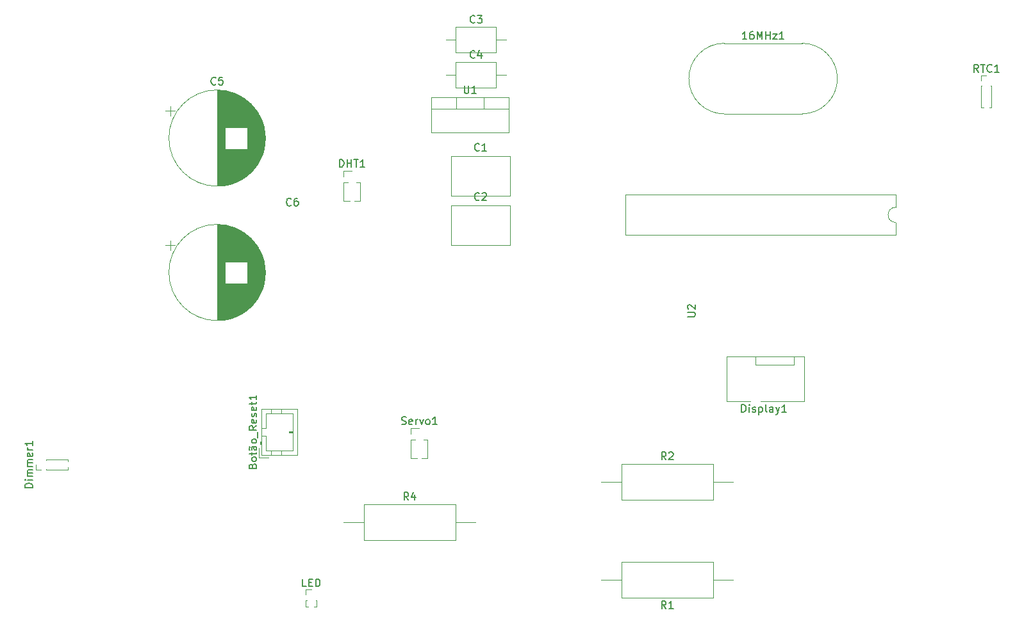
<source format=gbr>
%TF.GenerationSoftware,KiCad,Pcbnew,7.0.7*%
%TF.CreationDate,2023-12-03T23:29:23-03:00*%
%TF.ProjectId,Chocadeira,43686f63-6164-4656-9972-612e6b696361,rev?*%
%TF.SameCoordinates,Original*%
%TF.FileFunction,Legend,Top*%
%TF.FilePolarity,Positive*%
%FSLAX46Y46*%
G04 Gerber Fmt 4.6, Leading zero omitted, Abs format (unit mm)*
G04 Created by KiCad (PCBNEW 7.0.7) date 2023-12-03 23:29:23*
%MOMM*%
%LPD*%
G01*
G04 APERTURE LIST*
%ADD10C,0.150000*%
%ADD11C,0.120000*%
G04 APERTURE END LIST*
D10*
X222472380Y-80174819D02*
X222139047Y-79698628D01*
X221900952Y-80174819D02*
X221900952Y-79174819D01*
X221900952Y-79174819D02*
X222281904Y-79174819D01*
X222281904Y-79174819D02*
X222377142Y-79222438D01*
X222377142Y-79222438D02*
X222424761Y-79270057D01*
X222424761Y-79270057D02*
X222472380Y-79365295D01*
X222472380Y-79365295D02*
X222472380Y-79508152D01*
X222472380Y-79508152D02*
X222424761Y-79603390D01*
X222424761Y-79603390D02*
X222377142Y-79651009D01*
X222377142Y-79651009D02*
X222281904Y-79698628D01*
X222281904Y-79698628D02*
X221900952Y-79698628D01*
X222758095Y-79174819D02*
X223329523Y-79174819D01*
X223043809Y-80174819D02*
X223043809Y-79174819D01*
X224234285Y-80079580D02*
X224186666Y-80127200D01*
X224186666Y-80127200D02*
X224043809Y-80174819D01*
X224043809Y-80174819D02*
X223948571Y-80174819D01*
X223948571Y-80174819D02*
X223805714Y-80127200D01*
X223805714Y-80127200D02*
X223710476Y-80031961D01*
X223710476Y-80031961D02*
X223662857Y-79936723D01*
X223662857Y-79936723D02*
X223615238Y-79746247D01*
X223615238Y-79746247D02*
X223615238Y-79603390D01*
X223615238Y-79603390D02*
X223662857Y-79412914D01*
X223662857Y-79412914D02*
X223710476Y-79317676D01*
X223710476Y-79317676D02*
X223805714Y-79222438D01*
X223805714Y-79222438D02*
X223948571Y-79174819D01*
X223948571Y-79174819D02*
X224043809Y-79174819D01*
X224043809Y-79174819D02*
X224186666Y-79222438D01*
X224186666Y-79222438D02*
X224234285Y-79270057D01*
X225186666Y-80174819D02*
X224615238Y-80174819D01*
X224900952Y-80174819D02*
X224900952Y-79174819D01*
X224900952Y-79174819D02*
X224805714Y-79317676D01*
X224805714Y-79317676D02*
X224710476Y-79412914D01*
X224710476Y-79412914D02*
X224615238Y-79460533D01*
X147153333Y-136784819D02*
X146820000Y-136308628D01*
X146581905Y-136784819D02*
X146581905Y-135784819D01*
X146581905Y-135784819D02*
X146962857Y-135784819D01*
X146962857Y-135784819D02*
X147058095Y-135832438D01*
X147058095Y-135832438D02*
X147105714Y-135880057D01*
X147105714Y-135880057D02*
X147153333Y-135975295D01*
X147153333Y-135975295D02*
X147153333Y-136118152D01*
X147153333Y-136118152D02*
X147105714Y-136213390D01*
X147105714Y-136213390D02*
X147058095Y-136261009D01*
X147058095Y-136261009D02*
X146962857Y-136308628D01*
X146962857Y-136308628D02*
X146581905Y-136308628D01*
X148010476Y-136118152D02*
X148010476Y-136784819D01*
X147772381Y-135737200D02*
X147534286Y-136451485D01*
X147534286Y-136451485D02*
X148153333Y-136451485D01*
X133677142Y-148224819D02*
X133200952Y-148224819D01*
X133200952Y-148224819D02*
X133200952Y-147224819D01*
X134010476Y-147701009D02*
X134343809Y-147701009D01*
X134486666Y-148224819D02*
X134010476Y-148224819D01*
X134010476Y-148224819D02*
X134010476Y-147224819D01*
X134010476Y-147224819D02*
X134486666Y-147224819D01*
X134915238Y-148224819D02*
X134915238Y-147224819D01*
X134915238Y-147224819D02*
X135153333Y-147224819D01*
X135153333Y-147224819D02*
X135296190Y-147272438D01*
X135296190Y-147272438D02*
X135391428Y-147367676D01*
X135391428Y-147367676D02*
X135439047Y-147462914D01*
X135439047Y-147462914D02*
X135486666Y-147653390D01*
X135486666Y-147653390D02*
X135486666Y-147796247D01*
X135486666Y-147796247D02*
X135439047Y-147986723D01*
X135439047Y-147986723D02*
X135391428Y-148081961D01*
X135391428Y-148081961D02*
X135296190Y-148177200D01*
X135296190Y-148177200D02*
X135153333Y-148224819D01*
X135153333Y-148224819D02*
X134915238Y-148224819D01*
X97494819Y-135127618D02*
X96494819Y-135127618D01*
X96494819Y-135127618D02*
X96494819Y-134889523D01*
X96494819Y-134889523D02*
X96542438Y-134746666D01*
X96542438Y-134746666D02*
X96637676Y-134651428D01*
X96637676Y-134651428D02*
X96732914Y-134603809D01*
X96732914Y-134603809D02*
X96923390Y-134556190D01*
X96923390Y-134556190D02*
X97066247Y-134556190D01*
X97066247Y-134556190D02*
X97256723Y-134603809D01*
X97256723Y-134603809D02*
X97351961Y-134651428D01*
X97351961Y-134651428D02*
X97447200Y-134746666D01*
X97447200Y-134746666D02*
X97494819Y-134889523D01*
X97494819Y-134889523D02*
X97494819Y-135127618D01*
X97494819Y-134127618D02*
X96828152Y-134127618D01*
X96494819Y-134127618D02*
X96542438Y-134175237D01*
X96542438Y-134175237D02*
X96590057Y-134127618D01*
X96590057Y-134127618D02*
X96542438Y-134079999D01*
X96542438Y-134079999D02*
X96494819Y-134127618D01*
X96494819Y-134127618D02*
X96590057Y-134127618D01*
X97494819Y-133651428D02*
X96828152Y-133651428D01*
X96923390Y-133651428D02*
X96875771Y-133603809D01*
X96875771Y-133603809D02*
X96828152Y-133508571D01*
X96828152Y-133508571D02*
X96828152Y-133365714D01*
X96828152Y-133365714D02*
X96875771Y-133270476D01*
X96875771Y-133270476D02*
X96971009Y-133222857D01*
X96971009Y-133222857D02*
X97494819Y-133222857D01*
X96971009Y-133222857D02*
X96875771Y-133175238D01*
X96875771Y-133175238D02*
X96828152Y-133080000D01*
X96828152Y-133080000D02*
X96828152Y-132937143D01*
X96828152Y-132937143D02*
X96875771Y-132841904D01*
X96875771Y-132841904D02*
X96971009Y-132794285D01*
X96971009Y-132794285D02*
X97494819Y-132794285D01*
X97494819Y-132318095D02*
X96828152Y-132318095D01*
X96923390Y-132318095D02*
X96875771Y-132270476D01*
X96875771Y-132270476D02*
X96828152Y-132175238D01*
X96828152Y-132175238D02*
X96828152Y-132032381D01*
X96828152Y-132032381D02*
X96875771Y-131937143D01*
X96875771Y-131937143D02*
X96971009Y-131889524D01*
X96971009Y-131889524D02*
X97494819Y-131889524D01*
X96971009Y-131889524D02*
X96875771Y-131841905D01*
X96875771Y-131841905D02*
X96828152Y-131746667D01*
X96828152Y-131746667D02*
X96828152Y-131603810D01*
X96828152Y-131603810D02*
X96875771Y-131508571D01*
X96875771Y-131508571D02*
X96971009Y-131460952D01*
X96971009Y-131460952D02*
X97494819Y-131460952D01*
X97447200Y-130603810D02*
X97494819Y-130699048D01*
X97494819Y-130699048D02*
X97494819Y-130889524D01*
X97494819Y-130889524D02*
X97447200Y-130984762D01*
X97447200Y-130984762D02*
X97351961Y-131032381D01*
X97351961Y-131032381D02*
X96971009Y-131032381D01*
X96971009Y-131032381D02*
X96875771Y-130984762D01*
X96875771Y-130984762D02*
X96828152Y-130889524D01*
X96828152Y-130889524D02*
X96828152Y-130699048D01*
X96828152Y-130699048D02*
X96875771Y-130603810D01*
X96875771Y-130603810D02*
X96971009Y-130556191D01*
X96971009Y-130556191D02*
X97066247Y-130556191D01*
X97066247Y-130556191D02*
X97161485Y-131032381D01*
X97494819Y-130127619D02*
X96828152Y-130127619D01*
X97018628Y-130127619D02*
X96923390Y-130080000D01*
X96923390Y-130080000D02*
X96875771Y-130032381D01*
X96875771Y-130032381D02*
X96828152Y-129937143D01*
X96828152Y-129937143D02*
X96828152Y-129841905D01*
X97494819Y-128984762D02*
X97494819Y-129556190D01*
X97494819Y-129270476D02*
X96494819Y-129270476D01*
X96494819Y-129270476D02*
X96637676Y-129365714D01*
X96637676Y-129365714D02*
X96732914Y-129460952D01*
X96732914Y-129460952D02*
X96780533Y-129556190D01*
X138057143Y-92739819D02*
X138057143Y-91739819D01*
X138057143Y-91739819D02*
X138295238Y-91739819D01*
X138295238Y-91739819D02*
X138438095Y-91787438D01*
X138438095Y-91787438D02*
X138533333Y-91882676D01*
X138533333Y-91882676D02*
X138580952Y-91977914D01*
X138580952Y-91977914D02*
X138628571Y-92168390D01*
X138628571Y-92168390D02*
X138628571Y-92311247D01*
X138628571Y-92311247D02*
X138580952Y-92501723D01*
X138580952Y-92501723D02*
X138533333Y-92596961D01*
X138533333Y-92596961D02*
X138438095Y-92692200D01*
X138438095Y-92692200D02*
X138295238Y-92739819D01*
X138295238Y-92739819D02*
X138057143Y-92739819D01*
X139057143Y-92739819D02*
X139057143Y-91739819D01*
X139057143Y-92216009D02*
X139628571Y-92216009D01*
X139628571Y-92739819D02*
X139628571Y-91739819D01*
X139961905Y-91739819D02*
X140533333Y-91739819D01*
X140247619Y-92739819D02*
X140247619Y-91739819D01*
X141390476Y-92739819D02*
X140819048Y-92739819D01*
X141104762Y-92739819D02*
X141104762Y-91739819D01*
X141104762Y-91739819D02*
X141009524Y-91882676D01*
X141009524Y-91882676D02*
X140914286Y-91977914D01*
X140914286Y-91977914D02*
X140819048Y-92025533D01*
X156515333Y-90501580D02*
X156467714Y-90549200D01*
X156467714Y-90549200D02*
X156324857Y-90596819D01*
X156324857Y-90596819D02*
X156229619Y-90596819D01*
X156229619Y-90596819D02*
X156086762Y-90549200D01*
X156086762Y-90549200D02*
X155991524Y-90453961D01*
X155991524Y-90453961D02*
X155943905Y-90358723D01*
X155943905Y-90358723D02*
X155896286Y-90168247D01*
X155896286Y-90168247D02*
X155896286Y-90025390D01*
X155896286Y-90025390D02*
X155943905Y-89834914D01*
X155943905Y-89834914D02*
X155991524Y-89739676D01*
X155991524Y-89739676D02*
X156086762Y-89644438D01*
X156086762Y-89644438D02*
X156229619Y-89596819D01*
X156229619Y-89596819D02*
X156324857Y-89596819D01*
X156324857Y-89596819D02*
X156467714Y-89644438D01*
X156467714Y-89644438D02*
X156515333Y-89692057D01*
X157467714Y-90596819D02*
X156896286Y-90596819D01*
X157182000Y-90596819D02*
X157182000Y-89596819D01*
X157182000Y-89596819D02*
X157086762Y-89739676D01*
X157086762Y-89739676D02*
X156991524Y-89834914D01*
X156991524Y-89834914D02*
X156896286Y-89882533D01*
X156515333Y-97051580D02*
X156467714Y-97099200D01*
X156467714Y-97099200D02*
X156324857Y-97146819D01*
X156324857Y-97146819D02*
X156229619Y-97146819D01*
X156229619Y-97146819D02*
X156086762Y-97099200D01*
X156086762Y-97099200D02*
X155991524Y-97003961D01*
X155991524Y-97003961D02*
X155943905Y-96908723D01*
X155943905Y-96908723D02*
X155896286Y-96718247D01*
X155896286Y-96718247D02*
X155896286Y-96575390D01*
X155896286Y-96575390D02*
X155943905Y-96384914D01*
X155943905Y-96384914D02*
X155991524Y-96289676D01*
X155991524Y-96289676D02*
X156086762Y-96194438D01*
X156086762Y-96194438D02*
X156229619Y-96146819D01*
X156229619Y-96146819D02*
X156324857Y-96146819D01*
X156324857Y-96146819D02*
X156467714Y-96194438D01*
X156467714Y-96194438D02*
X156515333Y-96242057D01*
X156896286Y-96242057D02*
X156943905Y-96194438D01*
X156943905Y-96194438D02*
X157039143Y-96146819D01*
X157039143Y-96146819D02*
X157277238Y-96146819D01*
X157277238Y-96146819D02*
X157372476Y-96194438D01*
X157372476Y-96194438D02*
X157420095Y-96242057D01*
X157420095Y-96242057D02*
X157467714Y-96337295D01*
X157467714Y-96337295D02*
X157467714Y-96432533D01*
X157467714Y-96432533D02*
X157420095Y-96575390D01*
X157420095Y-96575390D02*
X156848667Y-97146819D01*
X156848667Y-97146819D02*
X157467714Y-97146819D01*
X154540095Y-81976819D02*
X154540095Y-82786342D01*
X154540095Y-82786342D02*
X154587714Y-82881580D01*
X154587714Y-82881580D02*
X154635333Y-82929200D01*
X154635333Y-82929200D02*
X154730571Y-82976819D01*
X154730571Y-82976819D02*
X154921047Y-82976819D01*
X154921047Y-82976819D02*
X155016285Y-82929200D01*
X155016285Y-82929200D02*
X155063904Y-82881580D01*
X155063904Y-82881580D02*
X155111523Y-82786342D01*
X155111523Y-82786342D02*
X155111523Y-81976819D01*
X156111523Y-82976819D02*
X155540095Y-82976819D01*
X155825809Y-82976819D02*
X155825809Y-81976819D01*
X155825809Y-81976819D02*
X155730571Y-82119676D01*
X155730571Y-82119676D02*
X155635333Y-82214914D01*
X155635333Y-82214914D02*
X155540095Y-82262533D01*
X181189333Y-131450819D02*
X180856000Y-130974628D01*
X180617905Y-131450819D02*
X180617905Y-130450819D01*
X180617905Y-130450819D02*
X180998857Y-130450819D01*
X180998857Y-130450819D02*
X181094095Y-130498438D01*
X181094095Y-130498438D02*
X181141714Y-130546057D01*
X181141714Y-130546057D02*
X181189333Y-130641295D01*
X181189333Y-130641295D02*
X181189333Y-130784152D01*
X181189333Y-130784152D02*
X181141714Y-130879390D01*
X181141714Y-130879390D02*
X181094095Y-130927009D01*
X181094095Y-130927009D02*
X180998857Y-130974628D01*
X180998857Y-130974628D02*
X180617905Y-130974628D01*
X181570286Y-130546057D02*
X181617905Y-130498438D01*
X181617905Y-130498438D02*
X181713143Y-130450819D01*
X181713143Y-130450819D02*
X181951238Y-130450819D01*
X181951238Y-130450819D02*
X182046476Y-130498438D01*
X182046476Y-130498438D02*
X182094095Y-130546057D01*
X182094095Y-130546057D02*
X182141714Y-130641295D01*
X182141714Y-130641295D02*
X182141714Y-130736533D01*
X182141714Y-130736533D02*
X182094095Y-130879390D01*
X182094095Y-130879390D02*
X181522667Y-131450819D01*
X181522667Y-131450819D02*
X182141714Y-131450819D01*
X191859333Y-75810819D02*
X191287905Y-75810819D01*
X191573619Y-75810819D02*
X191573619Y-74810819D01*
X191573619Y-74810819D02*
X191478381Y-74953676D01*
X191478381Y-74953676D02*
X191383143Y-75048914D01*
X191383143Y-75048914D02*
X191287905Y-75096533D01*
X192716476Y-74810819D02*
X192526000Y-74810819D01*
X192526000Y-74810819D02*
X192430762Y-74858438D01*
X192430762Y-74858438D02*
X192383143Y-74906057D01*
X192383143Y-74906057D02*
X192287905Y-75048914D01*
X192287905Y-75048914D02*
X192240286Y-75239390D01*
X192240286Y-75239390D02*
X192240286Y-75620342D01*
X192240286Y-75620342D02*
X192287905Y-75715580D01*
X192287905Y-75715580D02*
X192335524Y-75763200D01*
X192335524Y-75763200D02*
X192430762Y-75810819D01*
X192430762Y-75810819D02*
X192621238Y-75810819D01*
X192621238Y-75810819D02*
X192716476Y-75763200D01*
X192716476Y-75763200D02*
X192764095Y-75715580D01*
X192764095Y-75715580D02*
X192811714Y-75620342D01*
X192811714Y-75620342D02*
X192811714Y-75382247D01*
X192811714Y-75382247D02*
X192764095Y-75287009D01*
X192764095Y-75287009D02*
X192716476Y-75239390D01*
X192716476Y-75239390D02*
X192621238Y-75191771D01*
X192621238Y-75191771D02*
X192430762Y-75191771D01*
X192430762Y-75191771D02*
X192335524Y-75239390D01*
X192335524Y-75239390D02*
X192287905Y-75287009D01*
X192287905Y-75287009D02*
X192240286Y-75382247D01*
X193240286Y-75810819D02*
X193240286Y-74810819D01*
X193240286Y-74810819D02*
X193573619Y-75525104D01*
X193573619Y-75525104D02*
X193906952Y-74810819D01*
X193906952Y-74810819D02*
X193906952Y-75810819D01*
X194383143Y-75810819D02*
X194383143Y-74810819D01*
X194383143Y-75287009D02*
X194954571Y-75287009D01*
X194954571Y-75810819D02*
X194954571Y-74810819D01*
X195335524Y-75144152D02*
X195859333Y-75144152D01*
X195859333Y-75144152D02*
X195335524Y-75810819D01*
X195335524Y-75810819D02*
X195859333Y-75810819D01*
X196764095Y-75810819D02*
X196192667Y-75810819D01*
X196478381Y-75810819D02*
X196478381Y-74810819D01*
X196478381Y-74810819D02*
X196383143Y-74953676D01*
X196383143Y-74953676D02*
X196287905Y-75048914D01*
X196287905Y-75048914D02*
X196192667Y-75096533D01*
X121713333Y-81759580D02*
X121665714Y-81807200D01*
X121665714Y-81807200D02*
X121522857Y-81854819D01*
X121522857Y-81854819D02*
X121427619Y-81854819D01*
X121427619Y-81854819D02*
X121284762Y-81807200D01*
X121284762Y-81807200D02*
X121189524Y-81711961D01*
X121189524Y-81711961D02*
X121141905Y-81616723D01*
X121141905Y-81616723D02*
X121094286Y-81426247D01*
X121094286Y-81426247D02*
X121094286Y-81283390D01*
X121094286Y-81283390D02*
X121141905Y-81092914D01*
X121141905Y-81092914D02*
X121189524Y-80997676D01*
X121189524Y-80997676D02*
X121284762Y-80902438D01*
X121284762Y-80902438D02*
X121427619Y-80854819D01*
X121427619Y-80854819D02*
X121522857Y-80854819D01*
X121522857Y-80854819D02*
X121665714Y-80902438D01*
X121665714Y-80902438D02*
X121713333Y-80950057D01*
X122618095Y-80854819D02*
X122141905Y-80854819D01*
X122141905Y-80854819D02*
X122094286Y-81331009D01*
X122094286Y-81331009D02*
X122141905Y-81283390D01*
X122141905Y-81283390D02*
X122237143Y-81235771D01*
X122237143Y-81235771D02*
X122475238Y-81235771D01*
X122475238Y-81235771D02*
X122570476Y-81283390D01*
X122570476Y-81283390D02*
X122618095Y-81331009D01*
X122618095Y-81331009D02*
X122665714Y-81426247D01*
X122665714Y-81426247D02*
X122665714Y-81664342D01*
X122665714Y-81664342D02*
X122618095Y-81759580D01*
X122618095Y-81759580D02*
X122570476Y-81807200D01*
X122570476Y-81807200D02*
X122475238Y-81854819D01*
X122475238Y-81854819D02*
X122237143Y-81854819D01*
X122237143Y-81854819D02*
X122141905Y-81807200D01*
X122141905Y-81807200D02*
X122094286Y-81759580D01*
X155935333Y-78231580D02*
X155887714Y-78279200D01*
X155887714Y-78279200D02*
X155744857Y-78326819D01*
X155744857Y-78326819D02*
X155649619Y-78326819D01*
X155649619Y-78326819D02*
X155506762Y-78279200D01*
X155506762Y-78279200D02*
X155411524Y-78183961D01*
X155411524Y-78183961D02*
X155363905Y-78088723D01*
X155363905Y-78088723D02*
X155316286Y-77898247D01*
X155316286Y-77898247D02*
X155316286Y-77755390D01*
X155316286Y-77755390D02*
X155363905Y-77564914D01*
X155363905Y-77564914D02*
X155411524Y-77469676D01*
X155411524Y-77469676D02*
X155506762Y-77374438D01*
X155506762Y-77374438D02*
X155649619Y-77326819D01*
X155649619Y-77326819D02*
X155744857Y-77326819D01*
X155744857Y-77326819D02*
X155887714Y-77374438D01*
X155887714Y-77374438D02*
X155935333Y-77422057D01*
X156792476Y-77660152D02*
X156792476Y-78326819D01*
X156554381Y-77279200D02*
X156316286Y-77993485D01*
X156316286Y-77993485D02*
X156935333Y-77993485D01*
X191191428Y-125162819D02*
X191191428Y-124162819D01*
X191191428Y-124162819D02*
X191429523Y-124162819D01*
X191429523Y-124162819D02*
X191572380Y-124210438D01*
X191572380Y-124210438D02*
X191667618Y-124305676D01*
X191667618Y-124305676D02*
X191715237Y-124400914D01*
X191715237Y-124400914D02*
X191762856Y-124591390D01*
X191762856Y-124591390D02*
X191762856Y-124734247D01*
X191762856Y-124734247D02*
X191715237Y-124924723D01*
X191715237Y-124924723D02*
X191667618Y-125019961D01*
X191667618Y-125019961D02*
X191572380Y-125115200D01*
X191572380Y-125115200D02*
X191429523Y-125162819D01*
X191429523Y-125162819D02*
X191191428Y-125162819D01*
X192191428Y-125162819D02*
X192191428Y-124496152D01*
X192191428Y-124162819D02*
X192143809Y-124210438D01*
X192143809Y-124210438D02*
X192191428Y-124258057D01*
X192191428Y-124258057D02*
X192239047Y-124210438D01*
X192239047Y-124210438D02*
X192191428Y-124162819D01*
X192191428Y-124162819D02*
X192191428Y-124258057D01*
X192619999Y-125115200D02*
X192715237Y-125162819D01*
X192715237Y-125162819D02*
X192905713Y-125162819D01*
X192905713Y-125162819D02*
X193000951Y-125115200D01*
X193000951Y-125115200D02*
X193048570Y-125019961D01*
X193048570Y-125019961D02*
X193048570Y-124972342D01*
X193048570Y-124972342D02*
X193000951Y-124877104D01*
X193000951Y-124877104D02*
X192905713Y-124829485D01*
X192905713Y-124829485D02*
X192762856Y-124829485D01*
X192762856Y-124829485D02*
X192667618Y-124781866D01*
X192667618Y-124781866D02*
X192619999Y-124686628D01*
X192619999Y-124686628D02*
X192619999Y-124639009D01*
X192619999Y-124639009D02*
X192667618Y-124543771D01*
X192667618Y-124543771D02*
X192762856Y-124496152D01*
X192762856Y-124496152D02*
X192905713Y-124496152D01*
X192905713Y-124496152D02*
X193000951Y-124543771D01*
X193477142Y-124496152D02*
X193477142Y-125496152D01*
X193477142Y-124543771D02*
X193572380Y-124496152D01*
X193572380Y-124496152D02*
X193762856Y-124496152D01*
X193762856Y-124496152D02*
X193858094Y-124543771D01*
X193858094Y-124543771D02*
X193905713Y-124591390D01*
X193905713Y-124591390D02*
X193953332Y-124686628D01*
X193953332Y-124686628D02*
X193953332Y-124972342D01*
X193953332Y-124972342D02*
X193905713Y-125067580D01*
X193905713Y-125067580D02*
X193858094Y-125115200D01*
X193858094Y-125115200D02*
X193762856Y-125162819D01*
X193762856Y-125162819D02*
X193572380Y-125162819D01*
X193572380Y-125162819D02*
X193477142Y-125115200D01*
X194524761Y-125162819D02*
X194429523Y-125115200D01*
X194429523Y-125115200D02*
X194381904Y-125019961D01*
X194381904Y-125019961D02*
X194381904Y-124162819D01*
X195334285Y-125162819D02*
X195334285Y-124639009D01*
X195334285Y-124639009D02*
X195286666Y-124543771D01*
X195286666Y-124543771D02*
X195191428Y-124496152D01*
X195191428Y-124496152D02*
X195000952Y-124496152D01*
X195000952Y-124496152D02*
X194905714Y-124543771D01*
X195334285Y-125115200D02*
X195239047Y-125162819D01*
X195239047Y-125162819D02*
X195000952Y-125162819D01*
X195000952Y-125162819D02*
X194905714Y-125115200D01*
X194905714Y-125115200D02*
X194858095Y-125019961D01*
X194858095Y-125019961D02*
X194858095Y-124924723D01*
X194858095Y-124924723D02*
X194905714Y-124829485D01*
X194905714Y-124829485D02*
X195000952Y-124781866D01*
X195000952Y-124781866D02*
X195239047Y-124781866D01*
X195239047Y-124781866D02*
X195334285Y-124734247D01*
X195715238Y-124496152D02*
X195953333Y-125162819D01*
X196191428Y-124496152D02*
X195953333Y-125162819D01*
X195953333Y-125162819D02*
X195858095Y-125400914D01*
X195858095Y-125400914D02*
X195810476Y-125448533D01*
X195810476Y-125448533D02*
X195715238Y-125496152D01*
X197096190Y-125162819D02*
X196524762Y-125162819D01*
X196810476Y-125162819D02*
X196810476Y-124162819D01*
X196810476Y-124162819D02*
X196715238Y-124305676D01*
X196715238Y-124305676D02*
X196620000Y-124400914D01*
X196620000Y-124400914D02*
X196524762Y-124448533D01*
X181189333Y-151144819D02*
X180856000Y-150668628D01*
X180617905Y-151144819D02*
X180617905Y-150144819D01*
X180617905Y-150144819D02*
X180998857Y-150144819D01*
X180998857Y-150144819D02*
X181094095Y-150192438D01*
X181094095Y-150192438D02*
X181141714Y-150240057D01*
X181141714Y-150240057D02*
X181189333Y-150335295D01*
X181189333Y-150335295D02*
X181189333Y-150478152D01*
X181189333Y-150478152D02*
X181141714Y-150573390D01*
X181141714Y-150573390D02*
X181094095Y-150621009D01*
X181094095Y-150621009D02*
X180998857Y-150668628D01*
X180998857Y-150668628D02*
X180617905Y-150668628D01*
X182141714Y-151144819D02*
X181570286Y-151144819D01*
X181856000Y-151144819D02*
X181856000Y-150144819D01*
X181856000Y-150144819D02*
X181760762Y-150287676D01*
X181760762Y-150287676D02*
X181665524Y-150382914D01*
X181665524Y-150382914D02*
X181570286Y-150430533D01*
X184052819Y-112521904D02*
X184862342Y-112521904D01*
X184862342Y-112521904D02*
X184957580Y-112474285D01*
X184957580Y-112474285D02*
X185005200Y-112426666D01*
X185005200Y-112426666D02*
X185052819Y-112331428D01*
X185052819Y-112331428D02*
X185052819Y-112140952D01*
X185052819Y-112140952D02*
X185005200Y-112045714D01*
X185005200Y-112045714D02*
X184957580Y-111998095D01*
X184957580Y-111998095D02*
X184862342Y-111950476D01*
X184862342Y-111950476D02*
X184052819Y-111950476D01*
X184148057Y-111521904D02*
X184100438Y-111474285D01*
X184100438Y-111474285D02*
X184052819Y-111379047D01*
X184052819Y-111379047D02*
X184052819Y-111140952D01*
X184052819Y-111140952D02*
X184100438Y-111045714D01*
X184100438Y-111045714D02*
X184148057Y-110998095D01*
X184148057Y-110998095D02*
X184243295Y-110950476D01*
X184243295Y-110950476D02*
X184338533Y-110950476D01*
X184338533Y-110950476D02*
X184481390Y-110998095D01*
X184481390Y-110998095D02*
X185052819Y-111569523D01*
X185052819Y-111569523D02*
X185052819Y-110950476D01*
X146266666Y-126738200D02*
X146409523Y-126785819D01*
X146409523Y-126785819D02*
X146647618Y-126785819D01*
X146647618Y-126785819D02*
X146742856Y-126738200D01*
X146742856Y-126738200D02*
X146790475Y-126690580D01*
X146790475Y-126690580D02*
X146838094Y-126595342D01*
X146838094Y-126595342D02*
X146838094Y-126500104D01*
X146838094Y-126500104D02*
X146790475Y-126404866D01*
X146790475Y-126404866D02*
X146742856Y-126357247D01*
X146742856Y-126357247D02*
X146647618Y-126309628D01*
X146647618Y-126309628D02*
X146457142Y-126262009D01*
X146457142Y-126262009D02*
X146361904Y-126214390D01*
X146361904Y-126214390D02*
X146314285Y-126166771D01*
X146314285Y-126166771D02*
X146266666Y-126071533D01*
X146266666Y-126071533D02*
X146266666Y-125976295D01*
X146266666Y-125976295D02*
X146314285Y-125881057D01*
X146314285Y-125881057D02*
X146361904Y-125833438D01*
X146361904Y-125833438D02*
X146457142Y-125785819D01*
X146457142Y-125785819D02*
X146695237Y-125785819D01*
X146695237Y-125785819D02*
X146838094Y-125833438D01*
X147647618Y-126738200D02*
X147552380Y-126785819D01*
X147552380Y-126785819D02*
X147361904Y-126785819D01*
X147361904Y-126785819D02*
X147266666Y-126738200D01*
X147266666Y-126738200D02*
X147219047Y-126642961D01*
X147219047Y-126642961D02*
X147219047Y-126262009D01*
X147219047Y-126262009D02*
X147266666Y-126166771D01*
X147266666Y-126166771D02*
X147361904Y-126119152D01*
X147361904Y-126119152D02*
X147552380Y-126119152D01*
X147552380Y-126119152D02*
X147647618Y-126166771D01*
X147647618Y-126166771D02*
X147695237Y-126262009D01*
X147695237Y-126262009D02*
X147695237Y-126357247D01*
X147695237Y-126357247D02*
X147219047Y-126452485D01*
X148123809Y-126785819D02*
X148123809Y-126119152D01*
X148123809Y-126309628D02*
X148171428Y-126214390D01*
X148171428Y-126214390D02*
X148219047Y-126166771D01*
X148219047Y-126166771D02*
X148314285Y-126119152D01*
X148314285Y-126119152D02*
X148409523Y-126119152D01*
X148647619Y-126119152D02*
X148885714Y-126785819D01*
X148885714Y-126785819D02*
X149123809Y-126119152D01*
X149647619Y-126785819D02*
X149552381Y-126738200D01*
X149552381Y-126738200D02*
X149504762Y-126690580D01*
X149504762Y-126690580D02*
X149457143Y-126595342D01*
X149457143Y-126595342D02*
X149457143Y-126309628D01*
X149457143Y-126309628D02*
X149504762Y-126214390D01*
X149504762Y-126214390D02*
X149552381Y-126166771D01*
X149552381Y-126166771D02*
X149647619Y-126119152D01*
X149647619Y-126119152D02*
X149790476Y-126119152D01*
X149790476Y-126119152D02*
X149885714Y-126166771D01*
X149885714Y-126166771D02*
X149933333Y-126214390D01*
X149933333Y-126214390D02*
X149980952Y-126309628D01*
X149980952Y-126309628D02*
X149980952Y-126595342D01*
X149980952Y-126595342D02*
X149933333Y-126690580D01*
X149933333Y-126690580D02*
X149885714Y-126738200D01*
X149885714Y-126738200D02*
X149790476Y-126785819D01*
X149790476Y-126785819D02*
X149647619Y-126785819D01*
X150933333Y-126785819D02*
X150361905Y-126785819D01*
X150647619Y-126785819D02*
X150647619Y-125785819D01*
X150647619Y-125785819D02*
X150552381Y-125928676D01*
X150552381Y-125928676D02*
X150457143Y-126023914D01*
X150457143Y-126023914D02*
X150361905Y-126071533D01*
X155935333Y-73581580D02*
X155887714Y-73629200D01*
X155887714Y-73629200D02*
X155744857Y-73676819D01*
X155744857Y-73676819D02*
X155649619Y-73676819D01*
X155649619Y-73676819D02*
X155506762Y-73629200D01*
X155506762Y-73629200D02*
X155411524Y-73533961D01*
X155411524Y-73533961D02*
X155363905Y-73438723D01*
X155363905Y-73438723D02*
X155316286Y-73248247D01*
X155316286Y-73248247D02*
X155316286Y-73105390D01*
X155316286Y-73105390D02*
X155363905Y-72914914D01*
X155363905Y-72914914D02*
X155411524Y-72819676D01*
X155411524Y-72819676D02*
X155506762Y-72724438D01*
X155506762Y-72724438D02*
X155649619Y-72676819D01*
X155649619Y-72676819D02*
X155744857Y-72676819D01*
X155744857Y-72676819D02*
X155887714Y-72724438D01*
X155887714Y-72724438D02*
X155935333Y-72772057D01*
X156268667Y-72676819D02*
X156887714Y-72676819D01*
X156887714Y-72676819D02*
X156554381Y-73057771D01*
X156554381Y-73057771D02*
X156697238Y-73057771D01*
X156697238Y-73057771D02*
X156792476Y-73105390D01*
X156792476Y-73105390D02*
X156840095Y-73153009D01*
X156840095Y-73153009D02*
X156887714Y-73248247D01*
X156887714Y-73248247D02*
X156887714Y-73486342D01*
X156887714Y-73486342D02*
X156840095Y-73581580D01*
X156840095Y-73581580D02*
X156792476Y-73629200D01*
X156792476Y-73629200D02*
X156697238Y-73676819D01*
X156697238Y-73676819D02*
X156411524Y-73676819D01*
X156411524Y-73676819D02*
X156316286Y-73629200D01*
X156316286Y-73629200D02*
X156268667Y-73581580D01*
X131661374Y-97761580D02*
X131613755Y-97809200D01*
X131613755Y-97809200D02*
X131470898Y-97856819D01*
X131470898Y-97856819D02*
X131375660Y-97856819D01*
X131375660Y-97856819D02*
X131232803Y-97809200D01*
X131232803Y-97809200D02*
X131137565Y-97713961D01*
X131137565Y-97713961D02*
X131089946Y-97618723D01*
X131089946Y-97618723D02*
X131042327Y-97428247D01*
X131042327Y-97428247D02*
X131042327Y-97285390D01*
X131042327Y-97285390D02*
X131089946Y-97094914D01*
X131089946Y-97094914D02*
X131137565Y-96999676D01*
X131137565Y-96999676D02*
X131232803Y-96904438D01*
X131232803Y-96904438D02*
X131375660Y-96856819D01*
X131375660Y-96856819D02*
X131470898Y-96856819D01*
X131470898Y-96856819D02*
X131613755Y-96904438D01*
X131613755Y-96904438D02*
X131661374Y-96952057D01*
X132518517Y-96856819D02*
X132328041Y-96856819D01*
X132328041Y-96856819D02*
X132232803Y-96904438D01*
X132232803Y-96904438D02*
X132185184Y-96952057D01*
X132185184Y-96952057D02*
X132089946Y-97094914D01*
X132089946Y-97094914D02*
X132042327Y-97285390D01*
X132042327Y-97285390D02*
X132042327Y-97666342D01*
X132042327Y-97666342D02*
X132089946Y-97761580D01*
X132089946Y-97761580D02*
X132137565Y-97809200D01*
X132137565Y-97809200D02*
X132232803Y-97856819D01*
X132232803Y-97856819D02*
X132423279Y-97856819D01*
X132423279Y-97856819D02*
X132518517Y-97809200D01*
X132518517Y-97809200D02*
X132566136Y-97761580D01*
X132566136Y-97761580D02*
X132613755Y-97666342D01*
X132613755Y-97666342D02*
X132613755Y-97428247D01*
X132613755Y-97428247D02*
X132566136Y-97333009D01*
X132566136Y-97333009D02*
X132518517Y-97285390D01*
X132518517Y-97285390D02*
X132423279Y-97237771D01*
X132423279Y-97237771D02*
X132232803Y-97237771D01*
X132232803Y-97237771D02*
X132137565Y-97285390D01*
X132137565Y-97285390D02*
X132089946Y-97333009D01*
X132089946Y-97333009D02*
X132042327Y-97428247D01*
X126581009Y-132264191D02*
X126628628Y-132121334D01*
X126628628Y-132121334D02*
X126676247Y-132073715D01*
X126676247Y-132073715D02*
X126771485Y-132026096D01*
X126771485Y-132026096D02*
X126914342Y-132026096D01*
X126914342Y-132026096D02*
X127009580Y-132073715D01*
X127009580Y-132073715D02*
X127057200Y-132121334D01*
X127057200Y-132121334D02*
X127104819Y-132216572D01*
X127104819Y-132216572D02*
X127104819Y-132597524D01*
X127104819Y-132597524D02*
X126104819Y-132597524D01*
X126104819Y-132597524D02*
X126104819Y-132264191D01*
X126104819Y-132264191D02*
X126152438Y-132168953D01*
X126152438Y-132168953D02*
X126200057Y-132121334D01*
X126200057Y-132121334D02*
X126295295Y-132073715D01*
X126295295Y-132073715D02*
X126390533Y-132073715D01*
X126390533Y-132073715D02*
X126485771Y-132121334D01*
X126485771Y-132121334D02*
X126533390Y-132168953D01*
X126533390Y-132168953D02*
X126581009Y-132264191D01*
X126581009Y-132264191D02*
X126581009Y-132597524D01*
X127104819Y-131454667D02*
X127057200Y-131549905D01*
X127057200Y-131549905D02*
X127009580Y-131597524D01*
X127009580Y-131597524D02*
X126914342Y-131645143D01*
X126914342Y-131645143D02*
X126628628Y-131645143D01*
X126628628Y-131645143D02*
X126533390Y-131597524D01*
X126533390Y-131597524D02*
X126485771Y-131549905D01*
X126485771Y-131549905D02*
X126438152Y-131454667D01*
X126438152Y-131454667D02*
X126438152Y-131311810D01*
X126438152Y-131311810D02*
X126485771Y-131216572D01*
X126485771Y-131216572D02*
X126533390Y-131168953D01*
X126533390Y-131168953D02*
X126628628Y-131121334D01*
X126628628Y-131121334D02*
X126914342Y-131121334D01*
X126914342Y-131121334D02*
X127009580Y-131168953D01*
X127009580Y-131168953D02*
X127057200Y-131216572D01*
X127057200Y-131216572D02*
X127104819Y-131311810D01*
X127104819Y-131311810D02*
X127104819Y-131454667D01*
X126438152Y-130835619D02*
X126438152Y-130454667D01*
X126104819Y-130692762D02*
X126961961Y-130692762D01*
X126961961Y-130692762D02*
X127057200Y-130645143D01*
X127057200Y-130645143D02*
X127104819Y-130549905D01*
X127104819Y-130549905D02*
X127104819Y-130454667D01*
X127104819Y-129692762D02*
X126581009Y-129692762D01*
X126581009Y-129692762D02*
X126485771Y-129740381D01*
X126485771Y-129740381D02*
X126438152Y-129835619D01*
X126438152Y-129835619D02*
X126438152Y-130026095D01*
X126438152Y-130026095D02*
X126485771Y-130121333D01*
X127057200Y-129692762D02*
X127104819Y-129788000D01*
X127104819Y-129788000D02*
X127104819Y-130026095D01*
X127104819Y-130026095D02*
X127057200Y-130121333D01*
X127057200Y-130121333D02*
X126961961Y-130168952D01*
X126961961Y-130168952D02*
X126866723Y-130168952D01*
X126866723Y-130168952D02*
X126771485Y-130121333D01*
X126771485Y-130121333D02*
X126723866Y-130026095D01*
X126723866Y-130026095D02*
X126723866Y-129788000D01*
X126723866Y-129788000D02*
X126676247Y-129692762D01*
X126200057Y-130168952D02*
X126152438Y-130121333D01*
X126152438Y-130121333D02*
X126104819Y-130026095D01*
X126104819Y-130026095D02*
X126200057Y-129835619D01*
X126200057Y-129835619D02*
X126152438Y-129740381D01*
X126152438Y-129740381D02*
X126104819Y-129692762D01*
X127104819Y-129073714D02*
X127057200Y-129168952D01*
X127057200Y-129168952D02*
X127009580Y-129216571D01*
X127009580Y-129216571D02*
X126914342Y-129264190D01*
X126914342Y-129264190D02*
X126628628Y-129264190D01*
X126628628Y-129264190D02*
X126533390Y-129216571D01*
X126533390Y-129216571D02*
X126485771Y-129168952D01*
X126485771Y-129168952D02*
X126438152Y-129073714D01*
X126438152Y-129073714D02*
X126438152Y-128930857D01*
X126438152Y-128930857D02*
X126485771Y-128835619D01*
X126485771Y-128835619D02*
X126533390Y-128788000D01*
X126533390Y-128788000D02*
X126628628Y-128740381D01*
X126628628Y-128740381D02*
X126914342Y-128740381D01*
X126914342Y-128740381D02*
X127009580Y-128788000D01*
X127009580Y-128788000D02*
X127057200Y-128835619D01*
X127057200Y-128835619D02*
X127104819Y-128930857D01*
X127104819Y-128930857D02*
X127104819Y-129073714D01*
X127200057Y-128549905D02*
X127200057Y-127788000D01*
X127104819Y-126978476D02*
X126628628Y-127311809D01*
X127104819Y-127549904D02*
X126104819Y-127549904D01*
X126104819Y-127549904D02*
X126104819Y-127168952D01*
X126104819Y-127168952D02*
X126152438Y-127073714D01*
X126152438Y-127073714D02*
X126200057Y-127026095D01*
X126200057Y-127026095D02*
X126295295Y-126978476D01*
X126295295Y-126978476D02*
X126438152Y-126978476D01*
X126438152Y-126978476D02*
X126533390Y-127026095D01*
X126533390Y-127026095D02*
X126581009Y-127073714D01*
X126581009Y-127073714D02*
X126628628Y-127168952D01*
X126628628Y-127168952D02*
X126628628Y-127549904D01*
X127057200Y-126168952D02*
X127104819Y-126264190D01*
X127104819Y-126264190D02*
X127104819Y-126454666D01*
X127104819Y-126454666D02*
X127057200Y-126549904D01*
X127057200Y-126549904D02*
X126961961Y-126597523D01*
X126961961Y-126597523D02*
X126581009Y-126597523D01*
X126581009Y-126597523D02*
X126485771Y-126549904D01*
X126485771Y-126549904D02*
X126438152Y-126454666D01*
X126438152Y-126454666D02*
X126438152Y-126264190D01*
X126438152Y-126264190D02*
X126485771Y-126168952D01*
X126485771Y-126168952D02*
X126581009Y-126121333D01*
X126581009Y-126121333D02*
X126676247Y-126121333D01*
X126676247Y-126121333D02*
X126771485Y-126597523D01*
X127057200Y-125740380D02*
X127104819Y-125645142D01*
X127104819Y-125645142D02*
X127104819Y-125454666D01*
X127104819Y-125454666D02*
X127057200Y-125359428D01*
X127057200Y-125359428D02*
X126961961Y-125311809D01*
X126961961Y-125311809D02*
X126914342Y-125311809D01*
X126914342Y-125311809D02*
X126819104Y-125359428D01*
X126819104Y-125359428D02*
X126771485Y-125454666D01*
X126771485Y-125454666D02*
X126771485Y-125597523D01*
X126771485Y-125597523D02*
X126723866Y-125692761D01*
X126723866Y-125692761D02*
X126628628Y-125740380D01*
X126628628Y-125740380D02*
X126581009Y-125740380D01*
X126581009Y-125740380D02*
X126485771Y-125692761D01*
X126485771Y-125692761D02*
X126438152Y-125597523D01*
X126438152Y-125597523D02*
X126438152Y-125454666D01*
X126438152Y-125454666D02*
X126485771Y-125359428D01*
X127057200Y-124502285D02*
X127104819Y-124597523D01*
X127104819Y-124597523D02*
X127104819Y-124787999D01*
X127104819Y-124787999D02*
X127057200Y-124883237D01*
X127057200Y-124883237D02*
X126961961Y-124930856D01*
X126961961Y-124930856D02*
X126581009Y-124930856D01*
X126581009Y-124930856D02*
X126485771Y-124883237D01*
X126485771Y-124883237D02*
X126438152Y-124787999D01*
X126438152Y-124787999D02*
X126438152Y-124597523D01*
X126438152Y-124597523D02*
X126485771Y-124502285D01*
X126485771Y-124502285D02*
X126581009Y-124454666D01*
X126581009Y-124454666D02*
X126676247Y-124454666D01*
X126676247Y-124454666D02*
X126771485Y-124930856D01*
X126438152Y-124168951D02*
X126438152Y-123787999D01*
X126104819Y-124026094D02*
X126961961Y-124026094D01*
X126961961Y-124026094D02*
X127057200Y-123978475D01*
X127057200Y-123978475D02*
X127104819Y-123883237D01*
X127104819Y-123883237D02*
X127104819Y-123787999D01*
X127104819Y-122930856D02*
X127104819Y-123502284D01*
X127104819Y-123216570D02*
X126104819Y-123216570D01*
X126104819Y-123216570D02*
X126247676Y-123311808D01*
X126247676Y-123311808D02*
X126342914Y-123407046D01*
X126342914Y-123407046D02*
X126390533Y-123502284D01*
D11*
%TO.C,RTC1*%
X222825000Y-80595000D02*
X223520000Y-80595000D01*
X222825000Y-81965000D02*
X222825000Y-84840000D01*
X222825000Y-81280000D02*
X222825000Y-80595000D01*
X222825000Y-81965000D02*
X222911724Y-81965000D01*
X223914493Y-84840000D02*
X224215000Y-84840000D01*
X224128276Y-81965000D02*
X224215000Y-81965000D01*
X222825000Y-84840000D02*
X223125507Y-84840000D01*
X224215000Y-81965000D02*
X224215000Y-84840000D01*
%TO.C,R4*%
X153390000Y-142070000D02*
X153390000Y-137330000D01*
X156040000Y-139700000D02*
X153390000Y-139700000D01*
X138600000Y-139700000D02*
X141250000Y-139700000D01*
X141250000Y-137330000D02*
X141250000Y-142070000D01*
X153390000Y-137330000D02*
X141250000Y-137330000D01*
X141250000Y-142070000D02*
X153390000Y-142070000D01*
%TO.C,LED*%
X133625000Y-150015000D02*
X133711724Y-150015000D01*
X133625000Y-148645000D02*
X134320000Y-148645000D01*
X133625000Y-150015000D02*
X133625000Y-150890000D01*
X133625000Y-150890000D02*
X133925507Y-150890000D01*
X134928276Y-150015000D02*
X135015000Y-150015000D01*
X134714493Y-150890000D02*
X135015000Y-150890000D01*
X133625000Y-149330000D02*
X133625000Y-148645000D01*
X135015000Y-150015000D02*
X135015000Y-150890000D01*
%TO.C,Dimmer1*%
X99285000Y-131385000D02*
X102160000Y-131385000D01*
X102160000Y-132775000D02*
X102160000Y-132474493D01*
X99285000Y-131471724D02*
X99285000Y-131385000D01*
X102160000Y-131685507D02*
X102160000Y-131385000D01*
X99285000Y-132775000D02*
X99285000Y-132688276D01*
X98600000Y-132775000D02*
X97915000Y-132775000D01*
X99285000Y-132775000D02*
X102160000Y-132775000D01*
X97915000Y-132775000D02*
X97915000Y-132080000D01*
%TO.C,DHT1*%
X138590000Y-97215000D02*
X139392470Y-97215000D01*
X140263471Y-94740000D02*
X140810000Y-94740000D01*
X140810000Y-94740000D02*
X140810000Y-97215000D01*
X138590000Y-94740000D02*
X139136529Y-94740000D01*
X138590000Y-93980000D02*
X138590000Y-93220000D01*
X138590000Y-93220000D02*
X139700000Y-93220000D01*
X138590000Y-94740000D02*
X138590000Y-97215000D01*
X140007530Y-97215000D02*
X140810000Y-97215000D01*
%TO.C,C1*%
X152812000Y-91272000D02*
X152812000Y-96512000D01*
X152812000Y-91272000D02*
X160552000Y-91272000D01*
X152812000Y-96512000D02*
X160552000Y-96512000D01*
X160552000Y-91272000D02*
X160552000Y-96512000D01*
%TO.C,C2*%
X152812000Y-97822000D02*
X152812000Y-103062000D01*
X152812000Y-97822000D02*
X160552000Y-97822000D01*
X152812000Y-103062000D02*
X160552000Y-103062000D01*
X160552000Y-97822000D02*
X160552000Y-103062000D01*
%TO.C,U1*%
X150182000Y-83522000D02*
X150182000Y-88163000D01*
X150182000Y-83522000D02*
X160422000Y-83522000D01*
X150182000Y-85032000D02*
X160422000Y-85032000D01*
X150182000Y-88163000D02*
X160422000Y-88163000D01*
X153452000Y-83522000D02*
X153452000Y-85032000D01*
X157153000Y-83522000D02*
X157153000Y-85032000D01*
X160422000Y-83522000D02*
X160422000Y-88163000D01*
%TO.C,R2*%
X172636000Y-134366000D02*
X175286000Y-134366000D01*
X175286000Y-131996000D02*
X175286000Y-136736000D01*
X175286000Y-136736000D02*
X187426000Y-136736000D01*
X187426000Y-131996000D02*
X175286000Y-131996000D01*
X187426000Y-136736000D02*
X187426000Y-131996000D01*
X190076000Y-134366000D02*
X187426000Y-134366000D01*
%TO.C,16MHz1*%
X188881000Y-76356000D02*
X199171000Y-76356000D01*
X188881000Y-85696000D02*
X199171000Y-85696000D01*
X188881000Y-76356000D02*
G75*
G03*
X188881000Y-85696000I0J-4670000D01*
G01*
X199171000Y-85696000D02*
G75*
G03*
X199171000Y-76356000I0J4670000D01*
G01*
%TO.C,C5*%
X115062918Y-85325000D02*
X116312918Y-85325000D01*
X115687918Y-84700000D02*
X115687918Y-85950000D01*
X121880000Y-82570000D02*
X121880000Y-95230000D01*
X121920000Y-82570000D02*
X121920000Y-95230000D01*
X121960000Y-82570000D02*
X121960000Y-95230000D01*
X122000000Y-82571000D02*
X122000000Y-95229000D01*
X122040000Y-82572000D02*
X122040000Y-95228000D01*
X122080000Y-82573000D02*
X122080000Y-95227000D01*
X122120000Y-82574000D02*
X122120000Y-95226000D01*
X122160000Y-82576000D02*
X122160000Y-95224000D01*
X122200000Y-82578000D02*
X122200000Y-95222000D01*
X122240000Y-82580000D02*
X122240000Y-95220000D01*
X122280000Y-82582000D02*
X122280000Y-95218000D01*
X122320000Y-82585000D02*
X122320000Y-95215000D01*
X122360000Y-82588000D02*
X122360000Y-95212000D01*
X122400000Y-82591000D02*
X122400000Y-95209000D01*
X122440000Y-82594000D02*
X122440000Y-95206000D01*
X122480000Y-82598000D02*
X122480000Y-95202000D01*
X122520000Y-82602000D02*
X122520000Y-95198000D01*
X122560000Y-82606000D02*
X122560000Y-95194000D01*
X122601000Y-82610000D02*
X122601000Y-95190000D01*
X122641000Y-82615000D02*
X122641000Y-95185000D01*
X122681000Y-82620000D02*
X122681000Y-95180000D01*
X122721000Y-82625000D02*
X122721000Y-95175000D01*
X122761000Y-82631000D02*
X122761000Y-95169000D01*
X122801000Y-82636000D02*
X122801000Y-95164000D01*
X122841000Y-82642000D02*
X122841000Y-95158000D01*
X122881000Y-82648000D02*
X122881000Y-95152000D01*
X122921000Y-82655000D02*
X122921000Y-95145000D01*
X122961000Y-82662000D02*
X122961000Y-87460000D01*
X122961000Y-90340000D02*
X122961000Y-95138000D01*
X123001000Y-82669000D02*
X123001000Y-87460000D01*
X123001000Y-90340000D02*
X123001000Y-95131000D01*
X123041000Y-82676000D02*
X123041000Y-87460000D01*
X123041000Y-90340000D02*
X123041000Y-95124000D01*
X123081000Y-82684000D02*
X123081000Y-87460000D01*
X123081000Y-90340000D02*
X123081000Y-95116000D01*
X123121000Y-82691000D02*
X123121000Y-87460000D01*
X123121000Y-90340000D02*
X123121000Y-95109000D01*
X123161000Y-82699000D02*
X123161000Y-87460000D01*
X123161000Y-90340000D02*
X123161000Y-95101000D01*
X123201000Y-82708000D02*
X123201000Y-87460000D01*
X123201000Y-90340000D02*
X123201000Y-95092000D01*
X123241000Y-82716000D02*
X123241000Y-87460000D01*
X123241000Y-90340000D02*
X123241000Y-95084000D01*
X123281000Y-82725000D02*
X123281000Y-87460000D01*
X123281000Y-90340000D02*
X123281000Y-95075000D01*
X123321000Y-82734000D02*
X123321000Y-87460000D01*
X123321000Y-90340000D02*
X123321000Y-95066000D01*
X123361000Y-82744000D02*
X123361000Y-87460000D01*
X123361000Y-90340000D02*
X123361000Y-95056000D01*
X123401000Y-82754000D02*
X123401000Y-87460000D01*
X123401000Y-90340000D02*
X123401000Y-95046000D01*
X123441000Y-82763000D02*
X123441000Y-87460000D01*
X123441000Y-90340000D02*
X123441000Y-95037000D01*
X123481000Y-82774000D02*
X123481000Y-87460000D01*
X123481000Y-90340000D02*
X123481000Y-95026000D01*
X123521000Y-82784000D02*
X123521000Y-87460000D01*
X123521000Y-90340000D02*
X123521000Y-95016000D01*
X123561000Y-82795000D02*
X123561000Y-87460000D01*
X123561000Y-90340000D02*
X123561000Y-95005000D01*
X123601000Y-82806000D02*
X123601000Y-87460000D01*
X123601000Y-90340000D02*
X123601000Y-94994000D01*
X123641000Y-82817000D02*
X123641000Y-87460000D01*
X123641000Y-90340000D02*
X123641000Y-94983000D01*
X123681000Y-82829000D02*
X123681000Y-87460000D01*
X123681000Y-90340000D02*
X123681000Y-94971000D01*
X123721000Y-82841000D02*
X123721000Y-87460000D01*
X123721000Y-90340000D02*
X123721000Y-94959000D01*
X123761000Y-82853000D02*
X123761000Y-87460000D01*
X123761000Y-90340000D02*
X123761000Y-94947000D01*
X123801000Y-82866000D02*
X123801000Y-87460000D01*
X123801000Y-90340000D02*
X123801000Y-94934000D01*
X123841000Y-82879000D02*
X123841000Y-87460000D01*
X123841000Y-90340000D02*
X123841000Y-94921000D01*
X123881000Y-82892000D02*
X123881000Y-87460000D01*
X123881000Y-90340000D02*
X123881000Y-94908000D01*
X123921000Y-82905000D02*
X123921000Y-87460000D01*
X123921000Y-90340000D02*
X123921000Y-94895000D01*
X123961000Y-82919000D02*
X123961000Y-87460000D01*
X123961000Y-90340000D02*
X123961000Y-94881000D01*
X124001000Y-82933000D02*
X124001000Y-87460000D01*
X124001000Y-90340000D02*
X124001000Y-94867000D01*
X124041000Y-82947000D02*
X124041000Y-87460000D01*
X124041000Y-90340000D02*
X124041000Y-94853000D01*
X124081000Y-82961000D02*
X124081000Y-87460000D01*
X124081000Y-90340000D02*
X124081000Y-94839000D01*
X124121000Y-82976000D02*
X124121000Y-87460000D01*
X124121000Y-90340000D02*
X124121000Y-94824000D01*
X124161000Y-82992000D02*
X124161000Y-87460000D01*
X124161000Y-90340000D02*
X124161000Y-94808000D01*
X124201000Y-83007000D02*
X124201000Y-87460000D01*
X124201000Y-90340000D02*
X124201000Y-94793000D01*
X124241000Y-83023000D02*
X124241000Y-87460000D01*
X124241000Y-90340000D02*
X124241000Y-94777000D01*
X124281000Y-83039000D02*
X124281000Y-87460000D01*
X124281000Y-90340000D02*
X124281000Y-94761000D01*
X124321000Y-83055000D02*
X124321000Y-87460000D01*
X124321000Y-90340000D02*
X124321000Y-94745000D01*
X124361000Y-83072000D02*
X124361000Y-87460000D01*
X124361000Y-90340000D02*
X124361000Y-94728000D01*
X124401000Y-83089000D02*
X124401000Y-87460000D01*
X124401000Y-90340000D02*
X124401000Y-94711000D01*
X124441000Y-83107000D02*
X124441000Y-87460000D01*
X124441000Y-90340000D02*
X124441000Y-94693000D01*
X124481000Y-83124000D02*
X124481000Y-87460000D01*
X124481000Y-90340000D02*
X124481000Y-94676000D01*
X124521000Y-83142000D02*
X124521000Y-87460000D01*
X124521000Y-90340000D02*
X124521000Y-94658000D01*
X124561000Y-83161000D02*
X124561000Y-87460000D01*
X124561000Y-90340000D02*
X124561000Y-94639000D01*
X124601000Y-83179000D02*
X124601000Y-87460000D01*
X124601000Y-90340000D02*
X124601000Y-94621000D01*
X124641000Y-83198000D02*
X124641000Y-87460000D01*
X124641000Y-90340000D02*
X124641000Y-94602000D01*
X124681000Y-83218000D02*
X124681000Y-87460000D01*
X124681000Y-90340000D02*
X124681000Y-94582000D01*
X124721000Y-83238000D02*
X124721000Y-87460000D01*
X124721000Y-90340000D02*
X124721000Y-94562000D01*
X124761000Y-83258000D02*
X124761000Y-87460000D01*
X124761000Y-90340000D02*
X124761000Y-94542000D01*
X124801000Y-83278000D02*
X124801000Y-87460000D01*
X124801000Y-90340000D02*
X124801000Y-94522000D01*
X124841000Y-83299000D02*
X124841000Y-87460000D01*
X124841000Y-90340000D02*
X124841000Y-94501000D01*
X124881000Y-83320000D02*
X124881000Y-87460000D01*
X124881000Y-90340000D02*
X124881000Y-94480000D01*
X124921000Y-83342000D02*
X124921000Y-87460000D01*
X124921000Y-90340000D02*
X124921000Y-94458000D01*
X124961000Y-83364000D02*
X124961000Y-87460000D01*
X124961000Y-90340000D02*
X124961000Y-94436000D01*
X125001000Y-83386000D02*
X125001000Y-87460000D01*
X125001000Y-90340000D02*
X125001000Y-94414000D01*
X125041000Y-83409000D02*
X125041000Y-87460000D01*
X125041000Y-90340000D02*
X125041000Y-94391000D01*
X125081000Y-83432000D02*
X125081000Y-87460000D01*
X125081000Y-90340000D02*
X125081000Y-94368000D01*
X125121000Y-83455000D02*
X125121000Y-87460000D01*
X125121000Y-90340000D02*
X125121000Y-94345000D01*
X125161000Y-83479000D02*
X125161000Y-87460000D01*
X125161000Y-90340000D02*
X125161000Y-94321000D01*
X125201000Y-83503000D02*
X125201000Y-87460000D01*
X125201000Y-90340000D02*
X125201000Y-94297000D01*
X125241000Y-83528000D02*
X125241000Y-87460000D01*
X125241000Y-90340000D02*
X125241000Y-94272000D01*
X125281000Y-83553000D02*
X125281000Y-87460000D01*
X125281000Y-90340000D02*
X125281000Y-94247000D01*
X125321000Y-83578000D02*
X125321000Y-87460000D01*
X125321000Y-90340000D02*
X125321000Y-94222000D01*
X125361000Y-83604000D02*
X125361000Y-87460000D01*
X125361000Y-90340000D02*
X125361000Y-94196000D01*
X125401000Y-83630000D02*
X125401000Y-87460000D01*
X125401000Y-90340000D02*
X125401000Y-94170000D01*
X125441000Y-83657000D02*
X125441000Y-87460000D01*
X125441000Y-90340000D02*
X125441000Y-94143000D01*
X125481000Y-83684000D02*
X125481000Y-87460000D01*
X125481000Y-90340000D02*
X125481000Y-94116000D01*
X125521000Y-83712000D02*
X125521000Y-87460000D01*
X125521000Y-90340000D02*
X125521000Y-94088000D01*
X125561000Y-83740000D02*
X125561000Y-87460000D01*
X125561000Y-90340000D02*
X125561000Y-94060000D01*
X125601000Y-83769000D02*
X125601000Y-87460000D01*
X125601000Y-90340000D02*
X125601000Y-94031000D01*
X125641000Y-83798000D02*
X125641000Y-87460000D01*
X125641000Y-90340000D02*
X125641000Y-94002000D01*
X125681000Y-83827000D02*
X125681000Y-87460000D01*
X125681000Y-90340000D02*
X125681000Y-93973000D01*
X125721000Y-83857000D02*
X125721000Y-87460000D01*
X125721000Y-90340000D02*
X125721000Y-93943000D01*
X125761000Y-83888000D02*
X125761000Y-87460000D01*
X125761000Y-90340000D02*
X125761000Y-93912000D01*
X125801000Y-83918000D02*
X125801000Y-87460000D01*
X125801000Y-90340000D02*
X125801000Y-93882000D01*
X125841000Y-83950000D02*
X125841000Y-93850000D01*
X125881000Y-83982000D02*
X125881000Y-93818000D01*
X125921000Y-84015000D02*
X125921000Y-93785000D01*
X125961000Y-84048000D02*
X125961000Y-93752000D01*
X126001000Y-84081000D02*
X126001000Y-93719000D01*
X126041000Y-84115000D02*
X126041000Y-93685000D01*
X126081000Y-84150000D02*
X126081000Y-93650000D01*
X126121000Y-84186000D02*
X126121000Y-93614000D01*
X126161000Y-84222000D02*
X126161000Y-93578000D01*
X126201000Y-84258000D02*
X126201000Y-93542000D01*
X126241000Y-84295000D02*
X126241000Y-93505000D01*
X126281000Y-84333000D02*
X126281000Y-93467000D01*
X126321000Y-84372000D02*
X126321000Y-93428000D01*
X126361000Y-84411000D02*
X126361000Y-93389000D01*
X126401000Y-84451000D02*
X126401000Y-93349000D01*
X126441000Y-84492000D02*
X126441000Y-93308000D01*
X126481000Y-84533000D02*
X126481000Y-93267000D01*
X126521000Y-84575000D02*
X126521000Y-93225000D01*
X126561000Y-84618000D02*
X126561000Y-93182000D01*
X126601000Y-84662000D02*
X126601000Y-93138000D01*
X126641000Y-84706000D02*
X126641000Y-93094000D01*
X126681000Y-84752000D02*
X126681000Y-93048000D01*
X126721000Y-84798000D02*
X126721000Y-93002000D01*
X126761000Y-84845000D02*
X126761000Y-92955000D01*
X126801000Y-84893000D02*
X126801000Y-92907000D01*
X126841000Y-84943000D02*
X126841000Y-92857000D01*
X126881000Y-84993000D02*
X126881000Y-92807000D01*
X126921000Y-85044000D02*
X126921000Y-92756000D01*
X126961000Y-85096000D02*
X126961000Y-92704000D01*
X127001000Y-85150000D02*
X127001000Y-92650000D01*
X127041000Y-85204000D02*
X127041000Y-92596000D01*
X127081000Y-85260000D02*
X127081000Y-92540000D01*
X127121000Y-85317000D02*
X127121000Y-92483000D01*
X127161000Y-85376000D02*
X127161000Y-92424000D01*
X127201000Y-85436000D02*
X127201000Y-92364000D01*
X127241000Y-85498000D02*
X127241000Y-92302000D01*
X127281000Y-85561000D02*
X127281000Y-92239000D01*
X127321000Y-85625000D02*
X127321000Y-92175000D01*
X127361000Y-85692000D02*
X127361000Y-92108000D01*
X127401000Y-85760000D02*
X127401000Y-92040000D01*
X127441000Y-85831000D02*
X127441000Y-91969000D01*
X127481000Y-85904000D02*
X127481000Y-91896000D01*
X127521000Y-85979000D02*
X127521000Y-91821000D01*
X127561000Y-86056000D02*
X127561000Y-91744000D01*
X127601000Y-86136000D02*
X127601000Y-91664000D01*
X127641000Y-86219000D02*
X127641000Y-91581000D01*
X127681000Y-86306000D02*
X127681000Y-91494000D01*
X127721000Y-86396000D02*
X127721000Y-91404000D01*
X127761000Y-86490000D02*
X127761000Y-91310000D01*
X127801000Y-86588000D02*
X127801000Y-91212000D01*
X127841000Y-86691000D02*
X127841000Y-91109000D01*
X127881000Y-86800000D02*
X127881000Y-91000000D01*
X127921000Y-86916000D02*
X127921000Y-90884000D01*
X127961000Y-87039000D02*
X127961000Y-90761000D01*
X128001000Y-87172000D02*
X128001000Y-90628000D01*
X128041000Y-87317000D02*
X128041000Y-90483000D01*
X128081000Y-87478000D02*
X128081000Y-90322000D01*
X128121000Y-87659000D02*
X128121000Y-90141000D01*
X128161000Y-87872000D02*
X128161000Y-89928000D01*
X128201000Y-88143000D02*
X128201000Y-89657000D01*
X128241000Y-88583000D02*
X128241000Y-89217000D01*
X128250000Y-88900000D02*
G75*
G03*
X128250000Y-88900000I-6370000J0D01*
G01*
%TO.C,C4*%
X152142000Y-80542000D02*
X153432000Y-80542000D01*
X153432000Y-78872000D02*
X153432000Y-82212000D01*
X153432000Y-82212000D02*
X158772000Y-82212000D01*
X158772000Y-78872000D02*
X153432000Y-78872000D01*
X158772000Y-82212000D02*
X158772000Y-78872000D01*
X160062000Y-80542000D02*
X158772000Y-80542000D01*
%TO.C,Display1*%
X199470000Y-123758000D02*
X193720000Y-123758000D01*
X199470000Y-117758000D02*
X199470000Y-123758000D01*
X198120000Y-118868000D02*
X193040000Y-118868000D01*
X198120000Y-117858000D02*
X198120000Y-118868000D01*
X193040000Y-118868000D02*
X193040000Y-117858000D01*
X192370000Y-123708000D02*
X189170000Y-123708000D01*
X189170000Y-123708000D02*
X189170000Y-117758000D01*
X189170000Y-117758000D02*
X199470000Y-117758000D01*
%TO.C,R1*%
X190076000Y-147320000D02*
X187426000Y-147320000D01*
X187426000Y-149690000D02*
X187426000Y-144950000D01*
X187426000Y-144950000D02*
X175286000Y-144950000D01*
X175286000Y-149690000D02*
X187426000Y-149690000D01*
X175286000Y-144950000D02*
X175286000Y-149690000D01*
X172636000Y-147320000D02*
X175286000Y-147320000D01*
%TO.C,U2*%
X211538000Y-96410000D02*
X175858000Y-96410000D01*
X175858000Y-96410000D02*
X175858000Y-101710000D01*
X211538000Y-98060000D02*
X211538000Y-96410000D01*
X211538000Y-101710000D02*
X211538000Y-100060000D01*
X175858000Y-101710000D02*
X211538000Y-101710000D01*
X211538000Y-98060000D02*
G75*
G03*
X211538000Y-100060000I0J-1000000D01*
G01*
%TO.C,Servo1*%
X147490000Y-127266000D02*
X148600000Y-127266000D01*
X147490000Y-128026000D02*
X147490000Y-127266000D01*
X147490000Y-128786000D02*
X147490000Y-131261000D01*
X147490000Y-128786000D02*
X148036529Y-128786000D01*
X147490000Y-131261000D02*
X148292470Y-131261000D01*
X148907530Y-131261000D02*
X149710000Y-131261000D01*
X149163471Y-128786000D02*
X149710000Y-128786000D01*
X149710000Y-128786000D02*
X149710000Y-131261000D01*
%TO.C,C3*%
X152142000Y-75892000D02*
X153432000Y-75892000D01*
X153432000Y-74222000D02*
X153432000Y-77562000D01*
X153432000Y-77562000D02*
X158772000Y-77562000D01*
X158772000Y-74222000D02*
X153432000Y-74222000D01*
X158772000Y-77562000D02*
X158772000Y-74222000D01*
X160062000Y-75892000D02*
X158772000Y-75892000D01*
%TO.C,C6*%
X115062918Y-103105000D02*
X116312918Y-103105000D01*
X115687918Y-102480000D02*
X115687918Y-103730000D01*
X121880000Y-100350000D02*
X121880000Y-113010000D01*
X121920000Y-100350000D02*
X121920000Y-113010000D01*
X121960000Y-100350000D02*
X121960000Y-113010000D01*
X122000000Y-100351000D02*
X122000000Y-113009000D01*
X122040000Y-100352000D02*
X122040000Y-113008000D01*
X122080000Y-100353000D02*
X122080000Y-113007000D01*
X122120000Y-100354000D02*
X122120000Y-113006000D01*
X122160000Y-100356000D02*
X122160000Y-113004000D01*
X122200000Y-100358000D02*
X122200000Y-113002000D01*
X122240000Y-100360000D02*
X122240000Y-113000000D01*
X122280000Y-100362000D02*
X122280000Y-112998000D01*
X122320000Y-100365000D02*
X122320000Y-112995000D01*
X122360000Y-100368000D02*
X122360000Y-112992000D01*
X122400000Y-100371000D02*
X122400000Y-112989000D01*
X122440000Y-100374000D02*
X122440000Y-112986000D01*
X122480000Y-100378000D02*
X122480000Y-112982000D01*
X122520000Y-100382000D02*
X122520000Y-112978000D01*
X122560000Y-100386000D02*
X122560000Y-112974000D01*
X122601000Y-100390000D02*
X122601000Y-112970000D01*
X122641000Y-100395000D02*
X122641000Y-112965000D01*
X122681000Y-100400000D02*
X122681000Y-112960000D01*
X122721000Y-100405000D02*
X122721000Y-112955000D01*
X122761000Y-100411000D02*
X122761000Y-112949000D01*
X122801000Y-100416000D02*
X122801000Y-112944000D01*
X122841000Y-100422000D02*
X122841000Y-112938000D01*
X122881000Y-100428000D02*
X122881000Y-112932000D01*
X122921000Y-100435000D02*
X122921000Y-112925000D01*
X122961000Y-100442000D02*
X122961000Y-105240000D01*
X122961000Y-108120000D02*
X122961000Y-112918000D01*
X123001000Y-100449000D02*
X123001000Y-105240000D01*
X123001000Y-108120000D02*
X123001000Y-112911000D01*
X123041000Y-100456000D02*
X123041000Y-105240000D01*
X123041000Y-108120000D02*
X123041000Y-112904000D01*
X123081000Y-100464000D02*
X123081000Y-105240000D01*
X123081000Y-108120000D02*
X123081000Y-112896000D01*
X123121000Y-100471000D02*
X123121000Y-105240000D01*
X123121000Y-108120000D02*
X123121000Y-112889000D01*
X123161000Y-100479000D02*
X123161000Y-105240000D01*
X123161000Y-108120000D02*
X123161000Y-112881000D01*
X123201000Y-100488000D02*
X123201000Y-105240000D01*
X123201000Y-108120000D02*
X123201000Y-112872000D01*
X123241000Y-100496000D02*
X123241000Y-105240000D01*
X123241000Y-108120000D02*
X123241000Y-112864000D01*
X123281000Y-100505000D02*
X123281000Y-105240000D01*
X123281000Y-108120000D02*
X123281000Y-112855000D01*
X123321000Y-100514000D02*
X123321000Y-105240000D01*
X123321000Y-108120000D02*
X123321000Y-112846000D01*
X123361000Y-100524000D02*
X123361000Y-105240000D01*
X123361000Y-108120000D02*
X123361000Y-112836000D01*
X123401000Y-100534000D02*
X123401000Y-105240000D01*
X123401000Y-108120000D02*
X123401000Y-112826000D01*
X123441000Y-100543000D02*
X123441000Y-105240000D01*
X123441000Y-108120000D02*
X123441000Y-112817000D01*
X123481000Y-100554000D02*
X123481000Y-105240000D01*
X123481000Y-108120000D02*
X123481000Y-112806000D01*
X123521000Y-100564000D02*
X123521000Y-105240000D01*
X123521000Y-108120000D02*
X123521000Y-112796000D01*
X123561000Y-100575000D02*
X123561000Y-105240000D01*
X123561000Y-108120000D02*
X123561000Y-112785000D01*
X123601000Y-100586000D02*
X123601000Y-105240000D01*
X123601000Y-108120000D02*
X123601000Y-112774000D01*
X123641000Y-100597000D02*
X123641000Y-105240000D01*
X123641000Y-108120000D02*
X123641000Y-112763000D01*
X123681000Y-100609000D02*
X123681000Y-105240000D01*
X123681000Y-108120000D02*
X123681000Y-112751000D01*
X123721000Y-100621000D02*
X123721000Y-105240000D01*
X123721000Y-108120000D02*
X123721000Y-112739000D01*
X123761000Y-100633000D02*
X123761000Y-105240000D01*
X123761000Y-108120000D02*
X123761000Y-112727000D01*
X123801000Y-100646000D02*
X123801000Y-105240000D01*
X123801000Y-108120000D02*
X123801000Y-112714000D01*
X123841000Y-100659000D02*
X123841000Y-105240000D01*
X123841000Y-108120000D02*
X123841000Y-112701000D01*
X123881000Y-100672000D02*
X123881000Y-105240000D01*
X123881000Y-108120000D02*
X123881000Y-112688000D01*
X123921000Y-100685000D02*
X123921000Y-105240000D01*
X123921000Y-108120000D02*
X123921000Y-112675000D01*
X123961000Y-100699000D02*
X123961000Y-105240000D01*
X123961000Y-108120000D02*
X123961000Y-112661000D01*
X124001000Y-100713000D02*
X124001000Y-105240000D01*
X124001000Y-108120000D02*
X124001000Y-112647000D01*
X124041000Y-100727000D02*
X124041000Y-105240000D01*
X124041000Y-108120000D02*
X124041000Y-112633000D01*
X124081000Y-100741000D02*
X124081000Y-105240000D01*
X124081000Y-108120000D02*
X124081000Y-112619000D01*
X124121000Y-100756000D02*
X124121000Y-105240000D01*
X124121000Y-108120000D02*
X124121000Y-112604000D01*
X124161000Y-100772000D02*
X124161000Y-105240000D01*
X124161000Y-108120000D02*
X124161000Y-112588000D01*
X124201000Y-100787000D02*
X124201000Y-105240000D01*
X124201000Y-108120000D02*
X124201000Y-112573000D01*
X124241000Y-100803000D02*
X124241000Y-105240000D01*
X124241000Y-108120000D02*
X124241000Y-112557000D01*
X124281000Y-100819000D02*
X124281000Y-105240000D01*
X124281000Y-108120000D02*
X124281000Y-112541000D01*
X124321000Y-100835000D02*
X124321000Y-105240000D01*
X124321000Y-108120000D02*
X124321000Y-112525000D01*
X124361000Y-100852000D02*
X124361000Y-105240000D01*
X124361000Y-108120000D02*
X124361000Y-112508000D01*
X124401000Y-100869000D02*
X124401000Y-105240000D01*
X124401000Y-108120000D02*
X124401000Y-112491000D01*
X124441000Y-100887000D02*
X124441000Y-105240000D01*
X124441000Y-108120000D02*
X124441000Y-112473000D01*
X124481000Y-100904000D02*
X124481000Y-105240000D01*
X124481000Y-108120000D02*
X124481000Y-112456000D01*
X124521000Y-100922000D02*
X124521000Y-105240000D01*
X124521000Y-108120000D02*
X124521000Y-112438000D01*
X124561000Y-100941000D02*
X124561000Y-105240000D01*
X124561000Y-108120000D02*
X124561000Y-112419000D01*
X124601000Y-100959000D02*
X124601000Y-105240000D01*
X124601000Y-108120000D02*
X124601000Y-112401000D01*
X124641000Y-100978000D02*
X124641000Y-105240000D01*
X124641000Y-108120000D02*
X124641000Y-112382000D01*
X124681000Y-100998000D02*
X124681000Y-105240000D01*
X124681000Y-108120000D02*
X124681000Y-112362000D01*
X124721000Y-101018000D02*
X124721000Y-105240000D01*
X124721000Y-108120000D02*
X124721000Y-112342000D01*
X124761000Y-101038000D02*
X124761000Y-105240000D01*
X124761000Y-108120000D02*
X124761000Y-112322000D01*
X124801000Y-101058000D02*
X124801000Y-105240000D01*
X124801000Y-108120000D02*
X124801000Y-112302000D01*
X124841000Y-101079000D02*
X124841000Y-105240000D01*
X124841000Y-108120000D02*
X124841000Y-112281000D01*
X124881000Y-101100000D02*
X124881000Y-105240000D01*
X124881000Y-108120000D02*
X124881000Y-112260000D01*
X124921000Y-101122000D02*
X124921000Y-105240000D01*
X124921000Y-108120000D02*
X124921000Y-112238000D01*
X124961000Y-101144000D02*
X124961000Y-105240000D01*
X124961000Y-108120000D02*
X124961000Y-112216000D01*
X125001000Y-101166000D02*
X125001000Y-105240000D01*
X125001000Y-108120000D02*
X125001000Y-112194000D01*
X125041000Y-101189000D02*
X125041000Y-105240000D01*
X125041000Y-108120000D02*
X125041000Y-112171000D01*
X125081000Y-101212000D02*
X125081000Y-105240000D01*
X125081000Y-108120000D02*
X125081000Y-112148000D01*
X125121000Y-101235000D02*
X125121000Y-105240000D01*
X125121000Y-108120000D02*
X125121000Y-112125000D01*
X125161000Y-101259000D02*
X125161000Y-105240000D01*
X125161000Y-108120000D02*
X125161000Y-112101000D01*
X125201000Y-101283000D02*
X125201000Y-105240000D01*
X125201000Y-108120000D02*
X125201000Y-112077000D01*
X125241000Y-101308000D02*
X125241000Y-105240000D01*
X125241000Y-108120000D02*
X125241000Y-112052000D01*
X125281000Y-101333000D02*
X125281000Y-105240000D01*
X125281000Y-108120000D02*
X125281000Y-112027000D01*
X125321000Y-101358000D02*
X125321000Y-105240000D01*
X125321000Y-108120000D02*
X125321000Y-112002000D01*
X125361000Y-101384000D02*
X125361000Y-105240000D01*
X125361000Y-108120000D02*
X125361000Y-111976000D01*
X125401000Y-101410000D02*
X125401000Y-105240000D01*
X125401000Y-108120000D02*
X125401000Y-111950000D01*
X125441000Y-101437000D02*
X125441000Y-105240000D01*
X125441000Y-108120000D02*
X125441000Y-111923000D01*
X125481000Y-101464000D02*
X125481000Y-105240000D01*
X125481000Y-108120000D02*
X125481000Y-111896000D01*
X125521000Y-101492000D02*
X125521000Y-105240000D01*
X125521000Y-108120000D02*
X125521000Y-111868000D01*
X125561000Y-101520000D02*
X125561000Y-105240000D01*
X125561000Y-108120000D02*
X125561000Y-111840000D01*
X125601000Y-101549000D02*
X125601000Y-105240000D01*
X125601000Y-108120000D02*
X125601000Y-111811000D01*
X125641000Y-101578000D02*
X125641000Y-105240000D01*
X125641000Y-108120000D02*
X125641000Y-111782000D01*
X125681000Y-101607000D02*
X125681000Y-105240000D01*
X125681000Y-108120000D02*
X125681000Y-111753000D01*
X125721000Y-101637000D02*
X125721000Y-105240000D01*
X125721000Y-108120000D02*
X125721000Y-111723000D01*
X125761000Y-101668000D02*
X125761000Y-105240000D01*
X125761000Y-108120000D02*
X125761000Y-111692000D01*
X125801000Y-101698000D02*
X125801000Y-105240000D01*
X125801000Y-108120000D02*
X125801000Y-111662000D01*
X125841000Y-101730000D02*
X125841000Y-111630000D01*
X125881000Y-101762000D02*
X125881000Y-111598000D01*
X125921000Y-101795000D02*
X125921000Y-111565000D01*
X125961000Y-101828000D02*
X125961000Y-111532000D01*
X126001000Y-101861000D02*
X126001000Y-111499000D01*
X126041000Y-101895000D02*
X126041000Y-111465000D01*
X126081000Y-101930000D02*
X126081000Y-111430000D01*
X126121000Y-101966000D02*
X126121000Y-111394000D01*
X126161000Y-102002000D02*
X126161000Y-111358000D01*
X126201000Y-102038000D02*
X126201000Y-111322000D01*
X126241000Y-102075000D02*
X126241000Y-111285000D01*
X126281000Y-102113000D02*
X126281000Y-111247000D01*
X126321000Y-102152000D02*
X126321000Y-111208000D01*
X126361000Y-102191000D02*
X126361000Y-111169000D01*
X126401000Y-102231000D02*
X126401000Y-111129000D01*
X126441000Y-102272000D02*
X126441000Y-111088000D01*
X126481000Y-102313000D02*
X126481000Y-111047000D01*
X126521000Y-102355000D02*
X126521000Y-111005000D01*
X126561000Y-102398000D02*
X126561000Y-110962000D01*
X126601000Y-102442000D02*
X126601000Y-110918000D01*
X126641000Y-102486000D02*
X126641000Y-110874000D01*
X126681000Y-102532000D02*
X126681000Y-110828000D01*
X126721000Y-102578000D02*
X126721000Y-110782000D01*
X126761000Y-102625000D02*
X126761000Y-110735000D01*
X126801000Y-102673000D02*
X126801000Y-110687000D01*
X126841000Y-102723000D02*
X126841000Y-110637000D01*
X126881000Y-102773000D02*
X126881000Y-110587000D01*
X126921000Y-102824000D02*
X126921000Y-110536000D01*
X126961000Y-102876000D02*
X126961000Y-110484000D01*
X127001000Y-102930000D02*
X127001000Y-110430000D01*
X127041000Y-102984000D02*
X127041000Y-110376000D01*
X127081000Y-103040000D02*
X127081000Y-110320000D01*
X127121000Y-103097000D02*
X127121000Y-110263000D01*
X127161000Y-103156000D02*
X127161000Y-110204000D01*
X127201000Y-103216000D02*
X127201000Y-110144000D01*
X127241000Y-103278000D02*
X127241000Y-110082000D01*
X127281000Y-103341000D02*
X127281000Y-110019000D01*
X127321000Y-103405000D02*
X127321000Y-109955000D01*
X127361000Y-103472000D02*
X127361000Y-109888000D01*
X127401000Y-103540000D02*
X127401000Y-109820000D01*
X127441000Y-103611000D02*
X127441000Y-109749000D01*
X127481000Y-103684000D02*
X127481000Y-109676000D01*
X127521000Y-103759000D02*
X127521000Y-109601000D01*
X127561000Y-103836000D02*
X127561000Y-109524000D01*
X127601000Y-103916000D02*
X127601000Y-109444000D01*
X127641000Y-103999000D02*
X127641000Y-109361000D01*
X127681000Y-104086000D02*
X127681000Y-109274000D01*
X127721000Y-104176000D02*
X127721000Y-109184000D01*
X127761000Y-104270000D02*
X127761000Y-109090000D01*
X127801000Y-104368000D02*
X127801000Y-108992000D01*
X127841000Y-104471000D02*
X127841000Y-108889000D01*
X127881000Y-104580000D02*
X127881000Y-108780000D01*
X127921000Y-104696000D02*
X127921000Y-108664000D01*
X127961000Y-104819000D02*
X127961000Y-108541000D01*
X128001000Y-104952000D02*
X128001000Y-108408000D01*
X128041000Y-105097000D02*
X128041000Y-108263000D01*
X128081000Y-105258000D02*
X128081000Y-108102000D01*
X128121000Y-105439000D02*
X128121000Y-107921000D01*
X128161000Y-105652000D02*
X128161000Y-107708000D01*
X128201000Y-105923000D02*
X128201000Y-107437000D01*
X128241000Y-106363000D02*
X128241000Y-106997000D01*
X128250000Y-106680000D02*
G75*
G03*
X128250000Y-106680000I-6370000J0D01*
G01*
%TO.C,Bot\u00E3o_Reset1*%
X127440000Y-131148000D02*
X128690000Y-131148000D01*
X127740000Y-130848000D02*
X132460000Y-130848000D01*
X129050000Y-130848000D02*
X129050000Y-130238000D01*
X130350000Y-130848000D02*
X130350000Y-130238000D01*
X132460000Y-130848000D02*
X132460000Y-124728000D01*
X128350000Y-130238000D02*
X131850000Y-130238000D01*
X131850000Y-130238000D02*
X131850000Y-125338000D01*
X127440000Y-129898000D02*
X127440000Y-131148000D01*
X127540000Y-129388000D02*
X127740000Y-129388000D01*
X127540000Y-129088000D02*
X127540000Y-129388000D01*
X127640000Y-129088000D02*
X127640000Y-129388000D01*
X127740000Y-129088000D02*
X127540000Y-129088000D01*
X127740000Y-128288000D02*
X128350000Y-128288000D01*
X128350000Y-128288000D02*
X128350000Y-130238000D01*
X131350000Y-127888000D02*
X131350000Y-127688000D01*
X131850000Y-127888000D02*
X131350000Y-127888000D01*
X131850000Y-127788000D02*
X131350000Y-127788000D01*
X131350000Y-127688000D02*
X131850000Y-127688000D01*
X128350000Y-127288000D02*
X127740000Y-127288000D01*
X128350000Y-125338000D02*
X128350000Y-127288000D01*
X131850000Y-125338000D02*
X128350000Y-125338000D01*
X127740000Y-124728000D02*
X127740000Y-130848000D01*
X129050000Y-124728000D02*
X129050000Y-125338000D01*
X130350000Y-124728000D02*
X130350000Y-125338000D01*
X132460000Y-124728000D02*
X127740000Y-124728000D01*
%TD*%
M02*

</source>
